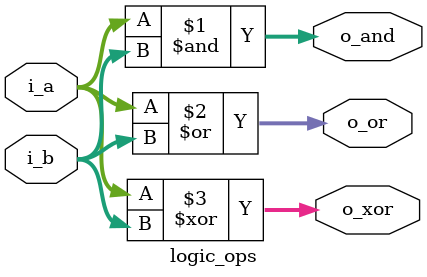
<source format=sv>
module logic_ops(
  input  logic [31:0] i_a,
  input  logic [31:0] i_b,
  output logic [31:0] o_and,
  output logic [31:0] o_or,
  output logic [31:0] o_xor
);
  assign o_and = i_a & i_b;
  assign o_or  = i_a | i_b;
  assign o_xor = i_a ^ i_b;
endmodule

</source>
